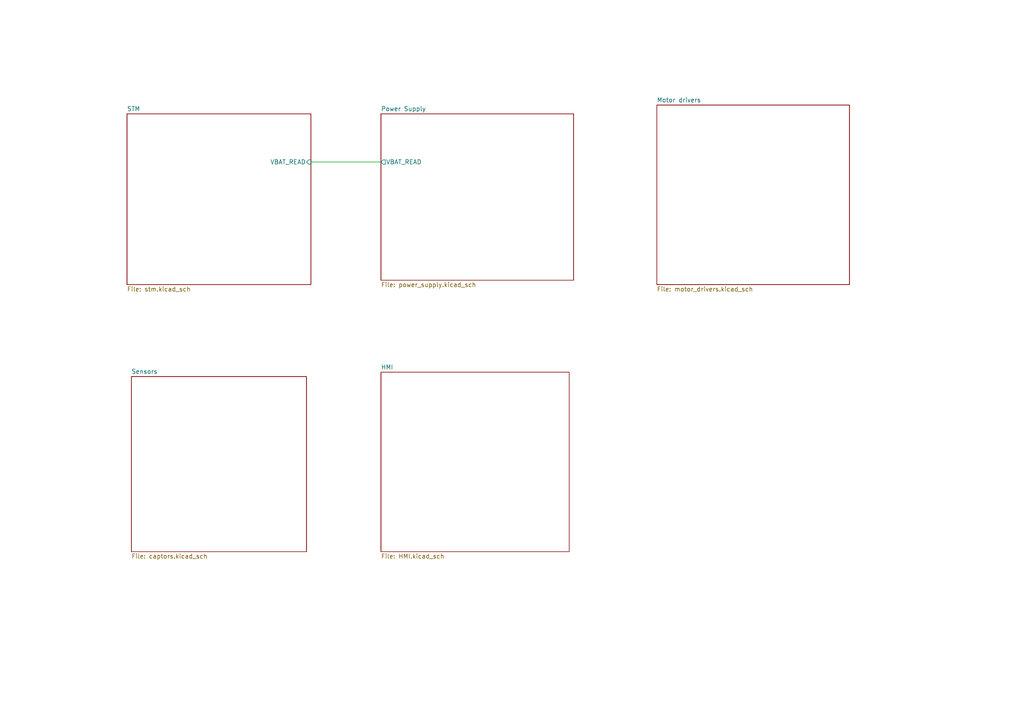
<source format=kicad_sch>
(kicad_sch (version 20230121) (generator eeschema)
  (paper "A4")
  (title_block (title "robot chat") (date "2023-09-19") (rev "1.0") (company "ENSEA"))
  (lib_symbols)
  (wire (pts (xy 90.17 46.99) (xy 110.49 46.99)))
  (sheet (at 190.5 30.48) (size 55.88 52.07) (stroke (width 0.1524))
    (property "Sheetname" "Motor drivers" (at 190.5 29.7684 0) (effects (justify left bottom)))
    (property "Sheetfile" "motor_drivers.kicad_sch" (at 190.5 83.1346 0) (effects (justify left top)))
  )
  (sheet (at 36.83 33.02) (size 53.34 49.53) (stroke (width 0.1524))
    (property "Sheetname" "STM" (at 36.83 32.3084 0) (effects (justify left bottom)))
    (property "Sheetfile" "stm.kicad_sch" (at 36.83 83.1346 0) (effects (justify left top)))
    (pin "VBAT_READ" input (at 90.17 46.99 0))
  )
  (sheet (at 110.49 107.95) (size 54.61 52.07) (stroke (width 0.1524))
    (property "Sheetname" "HMI" (at 110.49 107.2384 0) (effects (justify left bottom)))
    (property "Sheetfile" "HMI.kicad_sch" (at 110.49 160.6046 0) (effects (justify left top)))
  )
  (sheet (at 38.1 109.22) (size 50.8 50.8) (stroke (width 0.1524))
    (property "Sheetname" "Sensors" (at 38.1 108.5084 0) (effects (justify left bottom)))
    (property "Sheetfile" "captors.kicad_sch" (at 38.1 160.6046 0) (effects (justify left top)))
  )
  (sheet (at 110.49 33.02) (size 55.88 48.26) (stroke (width 0.1524))
    (property "Sheetname" "Power Supply" (at 110.49 32.3084 0) (effects (justify left bottom)))
    (property "Sheetfile" "power_supply.kicad_sch" (at 110.49 81.8646 0) (effects (justify left top)))
    (pin "VBAT_READ" output (at 110.49 46.99 180))
  )
)
</source>
